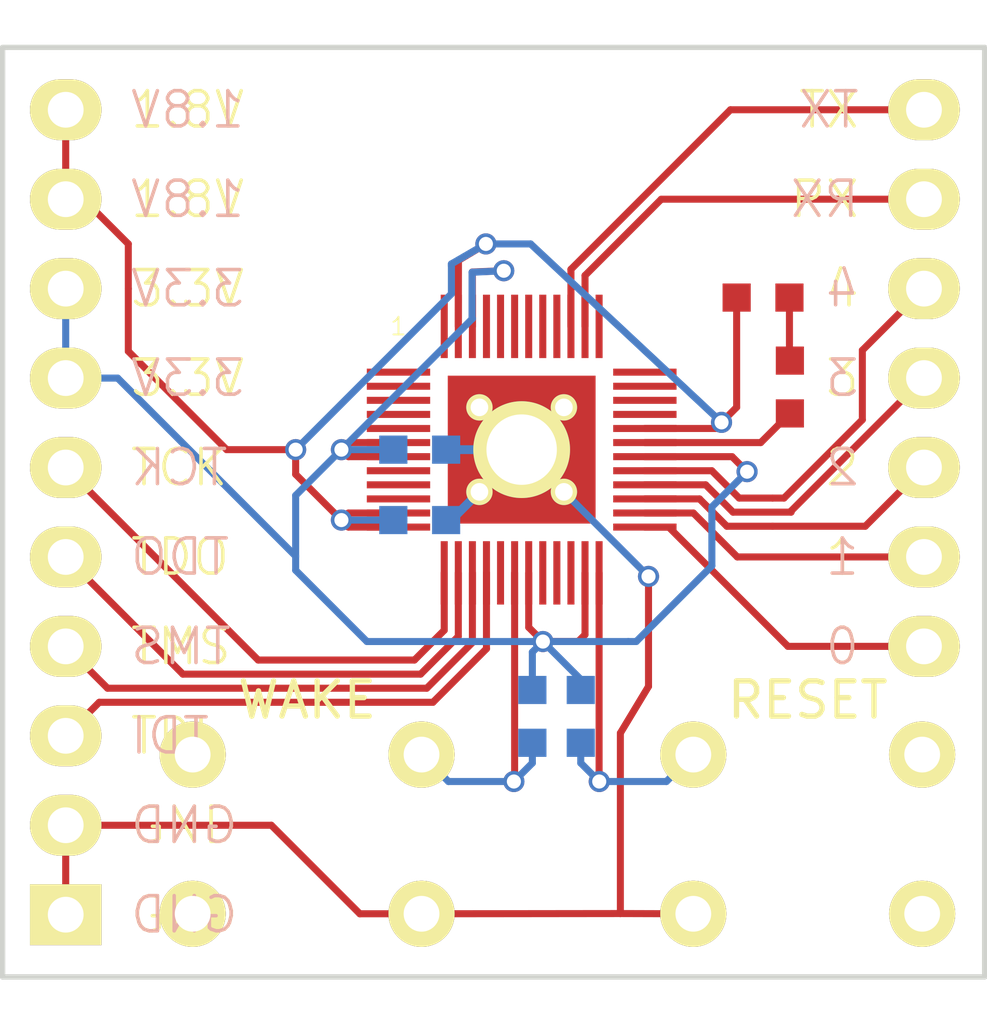
<source format=kicad_pcb>
(kicad_pcb (version 4) (host pcbnew 4.0.7-e2-6376~58~ubuntu16.04.1)

  (general
    (links 0)
    (no_connects 0)
    (area 133.524999 83.949 145.925002 100.650002)
    (thickness 1.6)
    (drawings 38)
    (tracks 148)
    (zones 0)
    (modules 11)
    (nets 1)
  )

  (page A4)
  (layers
    (0 F.Cu signal)
    (31 B.Cu signal)
    (32 B.Adhes user)
    (33 F.Adhes user)
    (34 B.Paste user)
    (35 F.Paste user)
    (36 B.SilkS user)
    (37 F.SilkS user)
    (38 B.Mask user)
    (39 F.Mask user)
    (40 Dwgs.User user)
    (41 Cmts.User user)
    (42 Eco1.User user)
    (43 Eco2.User user)
    (44 Edge.Cuts user)
    (45 Margin user)
    (46 B.CrtYd user)
    (47 F.CrtYd user)
    (48 B.Fab user)
    (49 F.Fab user)
  )

  (setup
    (last_trace_width 0.2)
    (user_trace_width 0.2)
    (trace_clearance 0.2)
    (zone_clearance 0.508)
    (zone_45_only no)
    (trace_min 0.2)
    (segment_width 0.2)
    (edge_width 0.15)
    (via_size 0.6)
    (via_drill 0.4)
    (via_min_size 0.4)
    (via_min_drill 0.3)
    (uvia_size 0.3)
    (uvia_drill 0.1)
    (uvias_allowed no)
    (uvia_min_size 0.2)
    (uvia_min_drill 0.1)
    (pcb_text_width 0.3)
    (pcb_text_size 1.5 1.5)
    (mod_edge_width 0.15)
    (mod_text_size 1 1)
    (mod_text_width 0.15)
    (pad_size 1.524 1.524)
    (pad_drill 0.762)
    (pad_to_mask_clearance 0.2)
    (aux_axis_origin 0 0)
    (visible_elements FFFFFF7F)
    (pcbplotparams
      (layerselection 0x00030_80000001)
      (usegerberextensions false)
      (excludeedgelayer true)
      (linewidth 0.150000)
      (plotframeref false)
      (viasonmask false)
      (mode 1)
      (useauxorigin false)
      (hpglpennumber 1)
      (hpglpenspeed 20)
      (hpglpendiameter 15)
      (hpglpenoverlay 2)
      (psnegative false)
      (psa4output false)
      (plotreference true)
      (plotvalue true)
      (plotinvisibletext false)
      (padsonsilk false)
      (subtractmaskfromsilk false)
      (outputformat 1)
      (mirror false)
      (drillshape 1)
      (scaleselection 1)
      (outputdirectory ""))
  )

  (net 0 "")

  (net_class Default "This is the default net class."
    (clearance 0.2)
    (trace_width 0.25)
    (via_dia 0.6)
    (via_drill 0.4)
    (uvia_dia 0.3)
    (uvia_drill 0.1)
  )

  (module 00my_modules:R_0603 (layer B.Cu) (tedit 5415CC62) (tstamp 5ADE90C8)
    (at 136.55 90.425)
    (descr R0603)
    (tags "resistor capacitor led 0603")
    (attr smd)
    (fp_text reference "" (at 0 0.6) (layer B.SilkS)
      (effects (font (size 0.1 0.1) (thickness 0.01)) (justify mirror))
    )
    (fp_text value "" (at 0 -0.6) (layer B.Fab)
      (effects (font (size 0.1 0.1) (thickness 0.01)) (justify mirror))
    )
    (fp_line (start -1.2 0.45) (end 1.2 0.45) (layer B.CrtYd) (width 0.01))
    (fp_line (start -1.2 -0.45) (end 1.2 -0.45) (layer B.CrtYd) (width 0.01))
    (fp_line (start -1.2 0.45) (end -1.2 -0.45) (layer B.CrtYd) (width 0.01))
    (fp_line (start 1.2 0.45) (end 1.2 -0.45) (layer B.CrtYd) (width 0.01))
    (pad 1 smd rect (at -0.75 0) (size 0.8 0.8) (layers B.Cu B.Paste B.Mask))
    (pad 2 smd rect (at 0.75 0) (size 0.8 0.8) (layers B.Cu B.Paste B.Mask))
  )

  (module 00my_modules:SIFIVE-FE310-G000 (layer F.Cu) (tedit 5ADEA436) (tstamp 5ADE9519)
    (at 139.446 90.424)
    (descr QFN6X6)
    (tags QFN6X6)
    (attr smd)
    (fp_text reference "" (at 0 -5.5) (layer F.SilkS)
      (effects (font (size 1 1) (thickness 0.15)))
    )
    (fp_text value 1 (at -3.5 -3.5) (layer F.SilkS)
      (effects (font (size 0.5 0.5) (thickness 0.05)))
    )
    (fp_line (start -3 -3) (end -3 3) (layer F.CrtYd) (width 0.05))
    (fp_line (start 3 -3) (end 3 3) (layer F.CrtYd) (width 0.05))
    (fp_line (start -3 -3) (end 3 -3) (layer F.CrtYd) (width 0.05))
    (fp_line (start -3 3) (end 3 3) (layer F.CrtYd) (width 0.05))
    (fp_line (start -2.6 -2.6) (end -2.6 2.6) (layer F.CrtYd) (width 0.05))
    (fp_line (start 2.6 -2.6) (end 2.6 2.6) (layer F.CrtYd) (width 0.05))
    (fp_line (start -2.6 -2.6) (end 2.6 -2.6) (layer F.CrtYd) (width 0.05))
    (fp_line (start -2.6 2.6) (end 2.6 2.6) (layer F.CrtYd) (width 0.05))
    (fp_line (start -2.1 -2.1) (end -2.1 2.1) (layer F.CrtYd) (width 0.05))
    (fp_line (start 2.1 -2.1) (end 2.1 2.1) (layer F.CrtYd) (width 0.05))
    (fp_line (start -2.1 -2.1) (end 2.1 -2.1) (layer F.CrtYd) (width 0.05))
    (fp_line (start -2.1 2.1) (end 2.1 2.1) (layer F.CrtYd) (width 0.05))
    (pad DQ3 smd rect (at -3.5 -2.2) (size 1.8 0.2) (layers F.Cu F.Paste F.Mask))
    (pad DQ2 smd rect (at -3.5 -1.8) (size 1.8 0.2) (layers F.Cu F.Paste F.Mask))
    (pad DQ1 smd rect (at -3.5 -1.4) (size 1.8 0.2) (layers F.Cu F.Paste F.Mask))
    (pad DQ0 smd rect (at -3.5 -1) (size 1.8 0.2) (layers F.Cu F.Paste F.Mask))
    (pad CS smd rect (at -3.5 -0.6) (size 1.8 0.2) (layers F.Cu F.Paste F.Mask))
    (pad 1.8V smd rect (at -3.5 -0.2) (size 1.8 0.2) (layers F.Cu F.Paste F.Mask))
    (pad 1.8V smd rect (at -3.5 0.2) (size 1.8 0.2) (layers F.Cu F.Paste F.Mask))
    (pad PLL smd rect (at -3.5 0.6) (size 1.8 0.2) (layers F.Cu F.Paste F.Mask))
    (pad XIN smd rect (at -3.5 1) (size 1.8 0.2) (layers F.Cu F.Paste F.Mask))
    (pad NC smd rect (at -3.5 1.4) (size 1.8 0.2) (layers F.Cu F.Paste F.Mask))
    (pad 3.3V smd rect (at -3.5 1.8) (size 1.8 0.2) (layers F.Cu F.Paste F.Mask))
    (pad 3.3V smd rect (at -3.5 2.2) (size 1.8 0.2) (layers F.Cu F.Paste F.Mask))
    (pad TCK smd rect (at -2.2 3.5 90) (size 1.8 0.2) (layers F.Cu F.Paste F.Mask))
    (pad TDO smd rect (at -1.8 3.5 90) (size 1.8 0.2) (layers F.Cu F.Paste F.Mask))
    (pad TMS smd rect (at -1.4 3.5 90) (size 1.8 0.2) (layers F.Cu F.Paste F.Mask))
    (pad TDI smd rect (at -1 3.5 90) (size 1.8 0.2) (layers F.Cu F.Paste F.Mask))
    (pad 17 smd rect (at -0.6 3.5 90) (size 1.8 0.2) (layers F.Cu F.Paste F.Mask))
    (pad WAKE smd rect (at -0.2 3.5 90) (size 1.8 0.2) (layers F.Cu F.Paste F.Mask))
    (pad 1.8V smd rect (at 0.2 3.5 90) (size 1.8 0.2) (layers F.Cu F.Paste F.Mask))
    (pad 20 smd rect (at 0.6 3.5 90) (size 1.8 0.2) (layers F.Cu F.Paste F.Mask))
    (pad 21 smd rect (at 1 3.5 90) (size 1.8 0.2) (layers F.Cu F.Paste F.Mask))
    (pad 22 smd rect (at 1.4 3.5 90) (size 1.8 0.2) (layers F.Cu F.Paste F.Mask))
    (pad 1.8V smd rect (at 1.8 3.5 90) (size 1.8 0.2) (layers F.Cu F.Paste F.Mask))
    (pad ERST smd rect (at 2.2 3.5 90) (size 1.8 0.2) (layers F.Cu F.Paste F.Mask))
    (pad G00 smd rect (at 3.5 2.2) (size 1.8 0.2) (layers F.Cu F.Paste F.Mask))
    (pad G01 smd rect (at 3.5 1.8) (size 1.8 0.2) (layers F.Cu F.Paste F.Mask))
    (pad G02 smd rect (at 3.5 1.4) (size 1.8 0.2) (layers F.Cu F.Paste F.Mask))
    (pad G03 smd rect (at 3.5 1) (size 1.8 0.2) (layers F.Cu F.Paste F.Mask))
    (pad G04 smd rect (at 3.5 0.6) (size 1.8 0.2) (layers F.Cu F.Paste F.Mask))
    (pad 1.8V smd rect (at 3.5 0.2) (size 1.8 0.2) (layers F.Cu F.Paste F.Mask))
    (pad G05 smd rect (at 3.5 -0.2) (size 1.8 0.2) (layers F.Cu F.Paste F.Mask))
    (pad 3.3V smd rect (at 3.5 -0.6) (size 1.8 0.2) (layers F.Cu F.Paste F.Mask))
    (pad G09 smd rect (at 3.5 -1) (size 1.8 0.2) (layers F.Cu F.Paste F.Mask))
    (pad G10 smd rect (at 3.5 -1.4) (size 1.8 0.2) (layers F.Cu F.Paste F.Mask))
    (pad G11 smd rect (at 3.5 -1.8) (size 1.8 0.2) (layers F.Cu F.Paste F.Mask))
    (pad G12 smd rect (at 3.5 -2.2) (size 1.8 0.2) (layers F.Cu F.Paste F.Mask))
    (pad G13 smd rect (at 2.2 -3.5 90) (size 1.8 0.2) (layers F.Cu F.Paste F.Mask))
    (pad RX smd rect (at 1.8 -3.5 90) (size 1.8 0.2) (layers F.Cu F.Paste F.Mask))
    (pad TX smd rect (at 1.4 -3.5 90) (size 1.8 0.2) (layers F.Cu F.Paste F.Mask))
    (pad G18 smd rect (at 1 -3.5 90) (size 1.8 0.2) (layers F.Cu F.Paste F.Mask))
    (pad G19 smd rect (at 0.6 -3.5 90) (size 1.8 0.2) (layers F.Cu F.Paste F.Mask))
    (pad G20 smd rect (at 0.2 -3.5 90) (size 1.8 0.2) (layers F.Cu F.Paste F.Mask))
    (pad G21 smd rect (at -0.2 -3.5 90) (size 1.8 0.2) (layers F.Cu F.Paste F.Mask))
    (pad G22 smd rect (at -0.6 -3.5 90) (size 1.8 0.2) (layers F.Cu F.Paste F.Mask))
    (pad G23 smd rect (at -1 -3.5 90) (size 1.8 0.2) (layers F.Cu F.Paste F.Mask))
    (pad 1.8V smd rect (at -1.4 -3.5 90) (size 1.8 0.2) (layers F.Cu F.Paste F.Mask))
    (pad 3.3V smd rect (at -1.8 -3.5 90) (size 1.8 0.2) (layers F.Cu F.Paste F.Mask))
    (pad SCK smd rect (at -2.2 -3.5 90) (size 1.8 0.2) (layers F.Cu F.Paste F.Mask))
    (pad GND smd rect (at 0 0) (size 4.2 4.2) (layers F.Cu F.Paste F.Mask))
    (pad "" thru_hole circle (at 0 0) (size 2.75 2.75) (drill 2) (layers *.Cu *.Mask F.SilkS))
    (pad "" thru_hole circle (at 1.2 1.2) (size 0.75 0.75) (drill 0.5) (layers *.Cu *.Mask F.SilkS))
    (pad "" thru_hole circle (at 1.2 -1.2) (size 0.75 0.75) (drill 0.5) (layers *.Cu *.Mask F.SilkS))
    (pad "" thru_hole circle (at -1.2 1.2) (size 0.75 0.75) (drill 0.5) (layers *.Cu *.Mask F.SilkS))
    (pad "" thru_hole circle (at -1.2 -1.2) (size 0.75 0.75) (drill 0.5) (layers *.Cu *.Mask F.SilkS))
  )

  (module 00my_modules:R_0603 (layer B.Cu) (tedit 5415CC62) (tstamp 5ADE9573)
    (at 136.55 92.425 180)
    (descr R0603)
    (tags "resistor capacitor led 0603")
    (attr smd)
    (fp_text reference "" (at 0 0.6 180) (layer B.SilkS)
      (effects (font (size 0.1 0.1) (thickness 0.01)) (justify mirror))
    )
    (fp_text value "" (at 0 -0.6 180) (layer B.Fab)
      (effects (font (size 0.1 0.1) (thickness 0.01)) (justify mirror))
    )
    (fp_line (start -1.2 0.45) (end 1.2 0.45) (layer B.CrtYd) (width 0.01))
    (fp_line (start -1.2 -0.45) (end 1.2 -0.45) (layer B.CrtYd) (width 0.01))
    (fp_line (start -1.2 0.45) (end -1.2 -0.45) (layer B.CrtYd) (width 0.01))
    (fp_line (start 1.2 0.45) (end 1.2 -0.45) (layer B.CrtYd) (width 0.01))
    (pad 1 smd rect (at -0.75 0 180) (size 0.8 0.8) (layers B.Cu B.Paste B.Mask))
    (pad 2 smd rect (at 0.75 0 180) (size 0.8 0.8) (layers B.Cu B.Paste B.Mask))
  )

  (module 00my_modules:R_0603 (layer B.Cu) (tedit 5415CC62) (tstamp 5ADE96D0)
    (at 141.125 98 90)
    (descr R0603)
    (tags "resistor capacitor led 0603")
    (attr smd)
    (fp_text reference "" (at 0 0.6 90) (layer B.SilkS)
      (effects (font (size 0.1 0.1) (thickness 0.01)) (justify mirror))
    )
    (fp_text value "" (at 0 -0.6 90) (layer B.Fab)
      (effects (font (size 0.1 0.1) (thickness 0.01)) (justify mirror))
    )
    (fp_line (start -1.2 0.45) (end 1.2 0.45) (layer B.CrtYd) (width 0.01))
    (fp_line (start -1.2 -0.45) (end 1.2 -0.45) (layer B.CrtYd) (width 0.01))
    (fp_line (start -1.2 0.45) (end -1.2 -0.45) (layer B.CrtYd) (width 0.01))
    (fp_line (start 1.2 0.45) (end 1.2 -0.45) (layer B.CrtYd) (width 0.01))
    (pad 1 smd rect (at -0.75 0 90) (size 0.8 0.8) (layers B.Cu B.Paste B.Mask))
    (pad 2 smd rect (at 0.75 0 90) (size 0.8 0.8) (layers B.Cu B.Paste B.Mask))
  )

  (module 00my_modules:R_0603 (layer B.Cu) (tedit 5415CC62) (tstamp 5ADE96E4)
    (at 139.75 98 90)
    (descr R0603)
    (tags "resistor capacitor led 0603")
    (attr smd)
    (fp_text reference "" (at 0 0.6 90) (layer B.SilkS)
      (effects (font (size 0.1 0.1) (thickness 0.01)) (justify mirror))
    )
    (fp_text value "" (at 0 -0.6 90) (layer B.Fab)
      (effects (font (size 0.1 0.1) (thickness 0.01)) (justify mirror))
    )
    (fp_line (start -1.2 0.45) (end 1.2 0.45) (layer B.CrtYd) (width 0.01))
    (fp_line (start -1.2 -0.45) (end 1.2 -0.45) (layer B.CrtYd) (width 0.01))
    (fp_line (start -1.2 0.45) (end -1.2 -0.45) (layer B.CrtYd) (width 0.01))
    (fp_line (start 1.2 0.45) (end 1.2 -0.45) (layer B.CrtYd) (width 0.01))
    (pad 1 smd rect (at -0.75 0 90) (size 0.8 0.8) (layers B.Cu B.Paste B.Mask))
    (pad 2 smd rect (at 0.75 0 90) (size 0.8 0.8) (layers B.Cu B.Paste B.Mask))
  )

  (module 00my_modules:BUTTON4 (layer F.Cu) (tedit 5ADE9C48) (tstamp 5ADE9DCF)
    (at 147.574 101.346)
    (descr button4)
    (tags "SPST button tactile switch")
    (fp_text reference RESET (at 0 -3.81) (layer F.SilkS)
      (effects (font (size 1 1) (thickness 0.15)))
    )
    (fp_text value "" (at 0 3.81) (layer F.Fab)
      (effects (font (size 1 1) (thickness 0.15)))
    )
    (fp_line (start -2.54 1.27) (end -2.54 0.508) (layer F.Fab) (width 0.2032))
    (fp_line (start -2.54 -0.508) (end -2.54 -1.27) (layer F.Fab) (width 0.2032))
    (fp_line (start -2.54 0.508) (end -2.159 -0.381) (layer F.Fab) (width 0.2032))
    (fp_line (start 2.54 1.27) (end 2.54 0.508) (layer F.Fab) (width 0.2032))
    (fp_line (start 2.54 -0.508) (end 2.54 -1.27) (layer F.Fab) (width 0.2032))
    (fp_line (start 2.54 0.508) (end 2.159 -0.381) (layer F.Fab) (width 0.2032))
    (fp_line (start -3.048 -3.048) (end -3.048 3.048) (layer F.Fab) (width 0.2032))
    (fp_line (start 3.048 -3.048) (end 3.048 3.048) (layer F.Fab) (width 0.2032))
    (fp_line (start -3.048 -3.048) (end 3.048 -3.048) (layer F.Fab) (width 0.2032))
    (fp_line (start -3.048 3.048) (end 3.048 3.048) (layer F.Fab) (width 0.2032))
    (pad 1 thru_hole circle (at -3.2512 2.2606) (size 1.8796 1.8796) (drill 1.016) (layers *.Cu *.Mask F.SilkS))
    (pad 2 thru_hole circle (at 3.2512 2.2606) (size 1.8796 1.8796) (drill 1.016) (layers *.Cu *.Mask F.SilkS))
    (pad 3 thru_hole circle (at -3.2512 -2.2606) (size 1.8796 1.8796) (drill 1.016) (layers *.Cu *.Mask F.SilkS))
    (pad 4 thru_hole circle (at 3.2512 -2.2606) (size 1.8796 1.8796) (drill 1.016) (layers *.Cu *.Mask F.SilkS))
  )

  (module 00my_modules:BUTTON4 (layer F.Cu) (tedit 5ADE9C35) (tstamp 5ADE9DF2)
    (at 133.35 101.346)
    (descr button4)
    (tags "SPST button tactile switch")
    (fp_text reference WAKE (at 0 -3.81) (layer F.SilkS)
      (effects (font (size 1 1) (thickness 0.15)))
    )
    (fp_text value "" (at 0 3.81) (layer F.Fab)
      (effects (font (size 1 1) (thickness 0.15)))
    )
    (fp_line (start -2.54 1.27) (end -2.54 0.508) (layer F.Fab) (width 0.2032))
    (fp_line (start -2.54 -0.508) (end -2.54 -1.27) (layer F.Fab) (width 0.2032))
    (fp_line (start -2.54 0.508) (end -2.159 -0.381) (layer F.Fab) (width 0.2032))
    (fp_line (start 2.54 1.27) (end 2.54 0.508) (layer F.Fab) (width 0.2032))
    (fp_line (start 2.54 -0.508) (end 2.54 -1.27) (layer F.Fab) (width 0.2032))
    (fp_line (start 2.54 0.508) (end 2.159 -0.381) (layer F.Fab) (width 0.2032))
    (fp_line (start -3.048 -3.048) (end -3.048 3.048) (layer F.Fab) (width 0.2032))
    (fp_line (start 3.048 -3.048) (end 3.048 3.048) (layer F.Fab) (width 0.2032))
    (fp_line (start -3.048 -3.048) (end 3.048 -3.048) (layer F.Fab) (width 0.2032))
    (fp_line (start -3.048 3.048) (end 3.048 3.048) (layer F.Fab) (width 0.2032))
    (pad 1 thru_hole circle (at -3.2512 2.2606) (size 1.8796 1.8796) (drill 1.016) (layers *.Cu *.Mask F.SilkS))
    (pad 2 thru_hole circle (at 3.2512 2.2606) (size 1.8796 1.8796) (drill 1.016) (layers *.Cu *.Mask F.SilkS))
    (pad 3 thru_hole circle (at -3.2512 -2.2606) (size 1.8796 1.8796) (drill 1.016) (layers *.Cu *.Mask F.SilkS))
    (pad 4 thru_hole circle (at 3.2512 -2.2606) (size 1.8796 1.8796) (drill 1.016) (layers *.Cu *.Mask F.SilkS))
  )

  (module 00my_modules:Pin_Header_Straight_1x10 (layer F.Cu) (tedit 0) (tstamp 5ADEA084)
    (at 126.492 103.632 180)
    (descr "Through hole pin header")
    (tags "pin header")
    (fp_text reference "" (at 0 -2.4 180) (layer F.SilkS)
      (effects (font (size 0.5 0.5) (thickness 0.01)))
    )
    (fp_text value "" (at 0 -3.1 180) (layer F.Fab)
      (effects (font (size 0.5 0.5) (thickness 0.01)))
    )
    (fp_line (start -1.75 -1.75) (end -1.75 24.64) (layer F.CrtYd) (width 0.05))
    (fp_line (start 1.75 -1.75) (end 1.75 24.64) (layer F.CrtYd) (width 0.05))
    (fp_line (start -1.75 -1.75) (end 1.75 -1.75) (layer F.CrtYd) (width 0.05))
    (fp_line (start -1.75 24.64) (end 1.75 24.64) (layer F.CrtYd) (width 0.05))
    (pad 1 thru_hole rect (at 0 0 180) (size 2.032 1.7272) (drill 1.016) (layers *.Cu *.Mask F.SilkS))
    (pad 2 thru_hole oval (at 0 2.54 180) (size 2.032 1.7272) (drill 1.016) (layers *.Cu *.Mask F.SilkS))
    (pad 3 thru_hole oval (at 0 5.08 180) (size 2.032 1.7272) (drill 1.016) (layers *.Cu *.Mask F.SilkS))
    (pad 4 thru_hole oval (at 0 7.62 180) (size 2.032 1.7272) (drill 1.016) (layers *.Cu *.Mask F.SilkS))
    (pad 5 thru_hole oval (at 0 10.16 180) (size 2.032 1.7272) (drill 1.016) (layers *.Cu *.Mask F.SilkS))
    (pad 6 thru_hole oval (at 0 12.7 180) (size 2.032 1.7272) (drill 1.016) (layers *.Cu *.Mask F.SilkS))
    (pad 7 thru_hole oval (at 0 15.24 180) (size 2.032 1.7272) (drill 1.016) (layers *.Cu *.Mask F.SilkS))
    (pad 8 thru_hole oval (at 0 17.78 180) (size 2.032 1.7272) (drill 1.016) (layers *.Cu *.Mask F.SilkS))
    (pad 9 thru_hole oval (at 0 20.32 180) (size 2.032 1.7272) (drill 1.016) (layers *.Cu *.Mask F.SilkS))
    (pad 10 thru_hole oval (at 0 22.86 180) (size 2.032 1.7272) (drill 1.016) (layers *.Cu *.Mask F.SilkS))
  )

  (module 00my_modules:Pin_Header_Straight_1x07 (layer F.Cu) (tedit 0) (tstamp 5ADEA29E)
    (at 150.876 80.772)
    (descr "Through hole pin header")
    (tags "pin header")
    (fp_text reference "" (at 0 -2.4) (layer F.SilkS)
      (effects (font (size 0.5 0.5) (thickness 0.01)))
    )
    (fp_text value "" (at 0 -3.1) (layer F.Fab)
      (effects (font (size 0.5 0.5) (thickness 0.01)))
    )
    (fp_line (start -1.75 -1.75) (end -1.75 17.02) (layer F.CrtYd) (width 0.05))
    (fp_line (start 1.75 -1.75) (end 1.75 17.02) (layer F.CrtYd) (width 0.05))
    (fp_line (start -1.75 -1.75) (end 1.75 -1.75) (layer F.CrtYd) (width 0.05))
    (fp_line (start -1.75 17.02) (end 1.75 17.02) (layer F.CrtYd) (width 0.05))
    (pad 1 thru_hole oval (at 0 0) (size 2.032 1.7272) (drill 1.016) (layers *.Cu *.Mask F.SilkS))
    (pad 2 thru_hole oval (at 0 2.54) (size 2.032 1.7272) (drill 1.016) (layers *.Cu *.Mask F.SilkS))
    (pad 3 thru_hole oval (at 0 5.08) (size 2.032 1.7272) (drill 1.016) (layers *.Cu *.Mask F.SilkS))
    (pad 4 thru_hole oval (at 0 7.62) (size 2.032 1.7272) (drill 1.016) (layers *.Cu *.Mask F.SilkS))
    (pad 5 thru_hole oval (at 0 10.16) (size 2.032 1.7272) (drill 1.016) (layers *.Cu *.Mask F.SilkS))
    (pad 6 thru_hole oval (at 0 12.7) (size 2.032 1.7272) (drill 1.016) (layers *.Cu *.Mask F.SilkS))
    (pad 7 thru_hole oval (at 0 15.24) (size 2.032 1.7272) (drill 1.016) (layers *.Cu *.Mask F.SilkS))
  )

  (module 00my_modules:R_0603 (layer F.Cu) (tedit 5415CC62) (tstamp 5ADEA4EB)
    (at 147.066 88.646 90)
    (descr R0603)
    (tags "resistor capacitor led 0603")
    (attr smd)
    (fp_text reference "" (at 0 -0.6 90) (layer F.SilkS)
      (effects (font (size 0.1 0.1) (thickness 0.01)))
    )
    (fp_text value "" (at 0 0.6 90) (layer F.Fab)
      (effects (font (size 0.1 0.1) (thickness 0.01)))
    )
    (fp_line (start -1.2 -0.45) (end 1.2 -0.45) (layer F.CrtYd) (width 0.01))
    (fp_line (start -1.2 0.45) (end 1.2 0.45) (layer F.CrtYd) (width 0.01))
    (fp_line (start -1.2 -0.45) (end -1.2 0.45) (layer F.CrtYd) (width 0.01))
    (fp_line (start 1.2 -0.45) (end 1.2 0.45) (layer F.CrtYd) (width 0.01))
    (pad 1 smd rect (at -0.75 0 90) (size 0.8 0.8) (layers F.Cu F.Paste F.Mask))
    (pad 2 smd rect (at 0.75 0 90) (size 0.8 0.8) (layers F.Cu F.Paste F.Mask))
  )

  (module 00my_modules:L_0603 (layer F.Cu) (tedit 5415CC62) (tstamp 5ADEA6E1)
    (at 146.304 86.106 180)
    (descr R0603)
    (tags "resistor capacitor led 0603")
    (attr smd)
    (fp_text reference "" (at 0 -0.6 180) (layer F.SilkS)
      (effects (font (size 0.1 0.1) (thickness 0.01)))
    )
    (fp_text value "" (at 0 0.6 180) (layer F.Fab)
      (effects (font (size 0.1 0.1) (thickness 0.01)))
    )
    (fp_line (start -1.2 -0.45) (end 1.2 -0.45) (layer F.CrtYd) (width 0.01))
    (fp_line (start -1.2 0.45) (end 1.2 0.45) (layer F.CrtYd) (width 0.01))
    (fp_line (start -1.2 -0.45) (end -1.2 0.45) (layer F.CrtYd) (width 0.01))
    (fp_line (start 1.2 -0.45) (end 1.2 0.45) (layer F.CrtYd) (width 0.01))
    (fp_line (start -0.1 0) (end 0.1 0.2) (layer F.CrtYd) (width 0.01))
    (fp_line (start -0.1 0) (end 0.1 -0.2) (layer F.CrtYd) (width 0.01))
    (fp_line (start -0.1 0.2) (end -0.1 -0.2) (layer F.CrtYd) (width 0.01))
    (fp_line (start 0.1 0.2) (end 0.1 -0.2) (layer F.CrtYd) (width 0.01))
    (pad 1 smd rect (at -0.75 0 180) (size 0.8 0.8) (layers F.Cu F.Paste F.Mask))
    (pad 2 smd rect (at 0.75 0 180) (size 0.8 0.8) (layers F.Cu F.Paste F.Mask))
  )

  (gr_line (start 124.7 79) (end 124.7 105.4) (angle 90) (layer Edge.Cuts) (width 0.15))
  (gr_line (start 152.6 79) (end 124.7 79) (angle 90) (layer Edge.Cuts) (width 0.15))
  (gr_line (start 152.6 105.4) (end 152.6 79) (angle 90) (layer Edge.Cuts) (width 0.15))
  (gr_line (start 124.7 105.4) (end 152.6 105.4) (angle 90) (layer Edge.Cuts) (width 0.15))
  (gr_text GND (at 128.27 103.632) (layer B.SilkS)
    (effects (font (size 1 1) (thickness 0.1)) (justify right mirror))
  )
  (gr_text GND (at 128.27 101.092) (layer B.SilkS)
    (effects (font (size 1 1) (thickness 0.1)) (justify right mirror))
  )
  (gr_text TDI (at 128.27 98.552) (layer B.SilkS)
    (effects (font (size 1 1) (thickness 0.1)) (justify right mirror))
  )
  (gr_text "TMS\n" (at 128.27 96.012) (layer B.SilkS)
    (effects (font (size 1 1) (thickness 0.1)) (justify right mirror))
  )
  (gr_text TDO (at 128.27 93.472) (layer B.SilkS)
    (effects (font (size 1 1) (thickness 0.1)) (justify right mirror))
  )
  (gr_text TCK (at 128.27 90.932) (layer B.SilkS)
    (effects (font (size 1 1) (thickness 0.1)) (justify right mirror))
  )
  (gr_text 3.3V (at 128.27 88.392) (layer B.SilkS)
    (effects (font (size 1 1) (thickness 0.1)) (justify right mirror))
  )
  (gr_text 3.3V (at 128.27 85.852) (layer B.SilkS)
    (effects (font (size 1 1) (thickness 0.1)) (justify right mirror))
  )
  (gr_text "1.8V\n" (at 128.27 80.772) (layer B.SilkS)
    (effects (font (size 1 1) (thickness 0.1)) (justify right mirror))
  )
  (gr_text "1.8V\n" (at 128.27 83.312) (layer B.SilkS)
    (effects (font (size 1 1) (thickness 0.1)) (justify right mirror))
  )
  (gr_text 0 (at 149.098 96.012) (layer B.SilkS)
    (effects (font (size 1 1) (thickness 0.1)) (justify left mirror))
  )
  (gr_text 1 (at 149.098 93.472) (layer B.SilkS)
    (effects (font (size 1 1) (thickness 0.1)) (justify left mirror))
  )
  (gr_text 2 (at 149.098 90.932) (layer F.SilkS)
    (effects (font (size 1 1) (thickness 0.1)) (justify right))
  )
  (gr_text 3 (at 149.098 88.392) (layer B.SilkS)
    (effects (font (size 1 1) (thickness 0.1)) (justify left mirror))
  )
  (gr_text 4 (at 149.098 85.852) (layer B.SilkS)
    (effects (font (size 1 1) (thickness 0.1)) (justify left mirror))
  )
  (gr_text RX (at 149.098 83.312) (layer B.SilkS)
    (effects (font (size 1 1) (thickness 0.1)) (justify left mirror))
  )
  (gr_text TX (at 149.098 80.772) (layer B.SilkS)
    (effects (font (size 1 1) (thickness 0.1)) (justify left mirror))
  )
  (gr_text "1.8V\n" (at 128.27 80.772) (layer F.SilkS)
    (effects (font (size 1 1) (thickness 0.1)) (justify left))
  )
  (gr_text "1.8V\n" (at 128.27 83.312) (layer F.SilkS)
    (effects (font (size 1 1) (thickness 0.1)) (justify left))
  )
  (gr_text 3.3V (at 128.27 85.852) (layer F.SilkS)
    (effects (font (size 1 1) (thickness 0.1)) (justify left))
  )
  (gr_text 3.3V (at 128.27 88.392) (layer F.SilkS)
    (effects (font (size 1 1) (thickness 0.1)) (justify left))
  )
  (gr_text TCK (at 128.27 90.932) (layer F.SilkS)
    (effects (font (size 1 1) (thickness 0.1)) (justify left))
  )
  (gr_text TDO (at 128.27 93.472) (layer F.SilkS)
    (effects (font (size 1 1) (thickness 0.1)) (justify left))
  )
  (gr_text "TMS\n" (at 128.27 96.012) (layer F.SilkS)
    (effects (font (size 1 1) (thickness 0.1)) (justify left))
  )
  (gr_text TDI (at 128.27 98.552) (layer F.SilkS)
    (effects (font (size 1 1) (thickness 0.1)) (justify left))
  )
  (gr_text GND (at 128.27 103.632) (layer F.SilkS)
    (effects (font (size 1 1) (thickness 0.1)) (justify left))
  )
  (gr_text GND (at 128.27 101.092) (layer F.SilkS)
    (effects (font (size 1 1) (thickness 0.1)) (justify left))
  )
  (gr_text 0 (at 149.098 96.012) (layer F.SilkS)
    (effects (font (size 1 1) (thickness 0.1)) (justify right))
  )
  (gr_text 1 (at 149.098 93.472) (layer F.SilkS)
    (effects (font (size 1 1) (thickness 0.1)) (justify right))
  )
  (gr_text 2 (at 149.098 90.932) (layer B.SilkS)
    (effects (font (size 1 1) (thickness 0.1)) (justify left mirror))
  )
  (gr_text 3 (at 149.098 88.392) (layer F.SilkS)
    (effects (font (size 1 1) (thickness 0.1)) (justify right))
  )
  (gr_text 4 (at 149.098 85.852) (layer F.SilkS)
    (effects (font (size 1 1) (thickness 0.1)) (justify right))
  )
  (gr_text RX (at 149.098 83.312) (layer F.SilkS)
    (effects (font (size 1 1) (thickness 0.1)) (justify right))
  )
  (gr_text TX (at 149.098 80.772) (layer F.SilkS)
    (effects (font (size 1 1) (thickness 0.1)) (justify right))
  )

  (segment (start 142.946 90.224) (end 146.238 90.224) (width 0.2) (layer F.Cu) (net 0) (status 400000))
  (segment (start 146.238 90.224) (end 147.066 89.396) (width 0.2) (layer F.Cu) (net 0) (tstamp 5ADEA710) (status 800000))
  (segment (start 147.054 86.106) (end 147.054 87.884) (width 0.2) (layer F.Cu) (net 0) (status C00000))
  (segment (start 147.054 87.884) (end 147.066 87.896) (width 0.2) (layer F.Cu) (net 0) (tstamp 5ADEA70E) (status C00000))
  (segment (start 145.554 86.106) (end 145.554 89.221) (width 0.2) (layer F.Cu) (net 0) (status 400000))
  (segment (start 145.554 89.221) (end 145.125 89.65) (width 0.2) (layer F.Cu) (net 0) (tstamp 5ADEA70C))
  (segment (start 146.575 91.8) (end 146.9 91.8) (width 0.2) (layer F.Cu) (net 0))
  (segment (start 144.849 91.024) (end 145.625 91.8) (width 0.2) (layer F.Cu) (net 0) (tstamp 5ADEA2DB))
  (segment (start 145.625 91.8) (end 146.575 91.8) (width 0.2) (layer F.Cu) (net 0) (tstamp 5ADEA2DC))
  (segment (start 142.946 91.024) (end 144.849 91.024) (width 0.2) (layer F.Cu) (net 0))
  (segment (start 149.125 87.603) (end 150.876 85.852) (width 0.2) (layer F.Cu) (net 0) (tstamp 5ADEA2EE))
  (segment (start 149.125 89.575) (end 149.125 87.603) (width 0.2) (layer F.Cu) (net 0) (tstamp 5ADEA2EC))
  (segment (start 146.9 91.8) (end 149.125 89.575) (width 0.2) (layer F.Cu) (net 0) (tstamp 5ADEA2EB))
  (segment (start 147.1 92.2) (end 147.1 92.168) (width 0.2) (layer F.Cu) (net 0))
  (segment (start 144.674 91.424) (end 145.45 92.2) (width 0.2) (layer F.Cu) (net 0) (tstamp 5ADEA2D1))
  (segment (start 145.45 92.2) (end 147.1 92.2) (width 0.2) (layer F.Cu) (net 0) (tstamp 5ADEA2D2))
  (segment (start 142.946 91.424) (end 144.674 91.424) (width 0.2) (layer F.Cu) (net 0))
  (segment (start 147.1 92.168) (end 150.876 88.392) (width 0.2) (layer F.Cu) (net 0) (tstamp 5ADEA2E9))
  (segment (start 146.575 92.6) (end 149.208 92.6) (width 0.2) (layer F.Cu) (net 0))
  (segment (start 144.499 91.824) (end 145.275 92.6) (width 0.2) (layer F.Cu) (net 0) (tstamp 5ADEA2CD))
  (segment (start 145.275 92.6) (end 146.575 92.6) (width 0.2) (layer F.Cu) (net 0) (tstamp 5ADEA2CF))
  (segment (start 142.946 91.824) (end 144.499 91.824) (width 0.2) (layer F.Cu) (net 0))
  (segment (start 149.208 92.6) (end 150.876 90.932) (width 0.2) (layer F.Cu) (net 0) (tstamp 5ADEA2E6))
  (segment (start 142.946 90.624) (end 145.424 90.624) (width 0.2) (layer F.Cu) (net 0))
  (segment (start 142.475 95.875) (end 140.05 95.875) (width 0.2) (layer B.Cu) (net 0) (tstamp 5ADE978D))
  (segment (start 142.7 95.875) (end 142.475 95.875) (width 0.2) (layer B.Cu) (net 0) (tstamp 5ADE978B))
  (segment (start 144.85 93.725) (end 142.7 95.875) (width 0.2) (layer B.Cu) (net 0) (tstamp 5ADEA2E3))
  (segment (start 144.85 92.05) (end 144.85 93.725) (width 0.2) (layer B.Cu) (net 0) (tstamp 5ADEA2E1))
  (segment (start 145.85 91.05) (end 144.85 92.05) (width 0.2) (layer B.Cu) (net 0) (tstamp 5ADEA2E0))
  (via (at 145.85 91.05) (size 0.6) (drill 0.4) (layers F.Cu B.Cu) (net 0))
  (segment (start 145.424 90.624) (end 145.85 91.05) (width 0.2) (layer F.Cu) (net 0) (tstamp 5ADEA2DE))
  (segment (start 142.946 92.224) (end 144.324 92.224) (width 0.2) (layer F.Cu) (net 0))
  (segment (start 145.572 93.472) (end 150.876 93.472) (width 0.2) (layer F.Cu) (net 0) (tstamp 5ADEA2CA))
  (segment (start 144.324 92.224) (end 145.572 93.472) (width 0.2) (layer F.Cu) (net 0) (tstamp 5ADEA2C8))
  (segment (start 142.946 92.624) (end 143.624 92.624) (width 0.2) (layer F.Cu) (net 0))
  (segment (start 143.624 92.624) (end 147.012 96.012) (width 0.2) (layer F.Cu) (net 0) (tstamp 5ADEA2C4))
  (segment (start 147.012 96.012) (end 150.876 96.012) (width 0.2) (layer F.Cu) (net 0) (tstamp 5ADEA2C5))
  (segment (start 140.846 86.924) (end 140.846 85.304) (width 0.2) (layer F.Cu) (net 0))
  (segment (start 145.378 80.772) (end 150.876 80.772) (width 0.2) (layer F.Cu) (net 0) (tstamp 5ADEA2C1))
  (segment (start 140.846 85.304) (end 145.378 80.772) (width 0.2) (layer F.Cu) (net 0) (tstamp 5ADEA2BF))
  (segment (start 141.246 86.924) (end 141.246 85.479) (width 0.2) (layer F.Cu) (net 0))
  (segment (start 143.413 83.312) (end 150.876 83.312) (width 0.2) (layer F.Cu) (net 0) (tstamp 5ADEA2BC))
  (segment (start 141.246 85.479) (end 143.413 83.312) (width 0.2) (layer F.Cu) (net 0) (tstamp 5ADEA2BA))
  (segment (start 133.025 90.425) (end 131.065 90.425) (width 0.2) (layer F.Cu) (net 0))
  (segment (start 128.27 84.582) (end 128.27 85.852) (width 0.2) (layer F.Cu) (net 0) (tstamp 5ADEA2B2))
  (segment (start 128.27 84.582) (end 127 83.312) (width 0.2) (layer F.Cu) (net 0) (tstamp 5ADEA2B1))
  (segment (start 128.27 87.63) (end 128.27 85.852) (width 0.2) (layer F.Cu) (net 0) (tstamp 5ADEA2B7))
  (segment (start 131.065 90.425) (end 128.27 87.63) (width 0.2) (layer F.Cu) (net 0) (tstamp 5ADEA2B5))
  (segment (start 126.492 83.312) (end 127 83.312) (width 0.2) (layer F.Cu) (net 0))
  (segment (start 126.492 80.772) (end 126.492 83.312) (width 0.2) (layer F.Cu) (net 0))
  (segment (start 126.492 88.392) (end 127.967 88.392) (width 0.2) (layer B.Cu) (net 0))
  (segment (start 127.967 88.392) (end 133.025 93.45) (width 0.2) (layer B.Cu) (net 0) (tstamp 5ADEA0BC))
  (segment (start 126.492 88.392) (end 126.492 85.852) (width 0.2) (layer B.Cu) (net 0))
  (segment (start 137.246 93.924) (end 137.246 95.554) (width 0.2) (layer F.Cu) (net 0))
  (segment (start 131.96 96.4) (end 126.492 90.932) (width 0.2) (layer F.Cu) (net 0) (tstamp 5ADEA0B6))
  (segment (start 136.4 96.4) (end 131.96 96.4) (width 0.2) (layer F.Cu) (net 0) (tstamp 5ADEA0B4))
  (segment (start 137.246 95.554) (end 136.4 96.4) (width 0.2) (layer F.Cu) (net 0) (tstamp 5ADEA0B2))
  (segment (start 137.646 93.924) (end 137.646 95.729) (width 0.2) (layer F.Cu) (net 0))
  (segment (start 129.82 96.8) (end 126.492 93.472) (width 0.2) (layer F.Cu) (net 0) (tstamp 5ADEA0AF))
  (segment (start 136.575 96.8) (end 129.82 96.8) (width 0.2) (layer F.Cu) (net 0) (tstamp 5ADEA0AD))
  (segment (start 137.646 95.729) (end 136.575 96.8) (width 0.2) (layer F.Cu) (net 0) (tstamp 5ADEA0AC))
  (segment (start 138.046 93.924) (end 138.046 95.904) (width 0.2) (layer F.Cu) (net 0))
  (segment (start 127.68 97.2) (end 126.492 96.012) (width 0.2) (layer F.Cu) (net 0) (tstamp 5ADEA0A9))
  (segment (start 136.75 97.2) (end 127.68 97.2) (width 0.2) (layer F.Cu) (net 0) (tstamp 5ADEA0A7))
  (segment (start 138.046 95.904) (end 136.75 97.2) (width 0.2) (layer F.Cu) (net 0) (tstamp 5ADEA0A5))
  (segment (start 138.446 93.924) (end 138.446 96.079) (width 0.2) (layer F.Cu) (net 0))
  (segment (start 127.444 97.6) (end 126.492 98.552) (width 0.2) (layer F.Cu) (net 0) (tstamp 5ADEA0A2))
  (segment (start 136.925 97.6) (end 127.444 97.6) (width 0.2) (layer F.Cu) (net 0) (tstamp 5ADEA0A0))
  (segment (start 138.446 96.079) (end 136.925 97.6) (width 0.2) (layer F.Cu) (net 0) (tstamp 5ADEA09E))
  (segment (start 136.6012 103.6066) (end 134.8486 103.6066) (width 0.2) (layer F.Cu) (net 0))
  (segment (start 132.334 101.092) (end 126.492 101.092) (width 0.2) (layer F.Cu) (net 0) (tstamp 5ADEA098))
  (segment (start 134.8486 103.6066) (end 132.334 101.092) (width 0.2) (layer F.Cu) (net 0) (tstamp 5ADEA096))
  (segment (start 126.492 101.092) (end 126.492 103.632) (width 0.2) (layer F.Cu) (net 0) (tstamp 5ADEA09A))
  (segment (start 143.05 94.025) (end 143.05 97.15) (width 0.2) (layer F.Cu) (net 0))
  (via (at 143.05 94.025) (size 0.6) (drill 0.4) (layers F.Cu B.Cu) (net 0))
  (segment (start 139.449 90.424) (end 143.05 94.025) (width 0.2) (layer B.Cu) (net 0) (tstamp 5ADE977A))
  (segment (start 142.25 98.475) (end 142.25 103.6) (width 0.2) (layer F.Cu) (net 0) (tstamp 5ADE9E8B))
  (segment (start 143.05 97.15) (end 142.25 98.475) (width 0.2) (layer F.Cu) (net 0) (tstamp 5ADE9E8A))
  (segment (start 136.6012 103.6066) (end 142.25 103.6) (width 0.2) (layer F.Cu) (net 0))
  (segment (start 142.25 103.6) (end 144.3228 103.6066) (width 0.2) (layer F.Cu) (net 0) (tstamp 5ADE9E8D))
  (segment (start 139.225 99.85) (end 137.3658 99.85) (width 0.2) (layer B.Cu) (net 0))
  (segment (start 137.3658 99.85) (end 136.6012 99.0854) (width 0.2) (layer B.Cu) (net 0) (tstamp 5ADE9E74))
  (segment (start 141.65 99.85) (end 143.5582 99.85) (width 0.2) (layer B.Cu) (net 0))
  (segment (start 143.5582 99.85) (end 144.3228 99.0854) (width 0.2) (layer B.Cu) (net 0) (tstamp 5ADE9E72))
  (segment (start 142.946 89.824) (end 144.951 89.824) (width 0.2) (layer F.Cu) (net 0))
  (segment (start 139.7 84.582) (end 138.43 84.582) (width 0.2) (layer B.Cu) (net 0) (tstamp 5ADE9A9B))
  (segment (start 145.125 89.65) (end 139.7 84.582) (width 0.2) (layer B.Cu) (net 0) (tstamp 5ADE9A9A))
  (via (at 145.125 89.65) (size 0.6) (drill 0.4) (layers F.Cu B.Cu) (net 0))
  (segment (start 144.951 89.824) (end 145.125 89.65) (width 0.2) (layer F.Cu) (net 0) (tstamp 5ADE9A86))
  (segment (start 137.45 85.2) (end 137.45 85.15) (width 0.2) (layer B.Cu) (net 0))
  (segment (start 137.45 85.15) (end 138.43 84.582) (width 0.2) (layer B.Cu) (net 0) (tstamp 5ADE9A5A))
  (segment (start 137.45 86) (end 137.45 85.2) (width 0.2) (layer B.Cu) (net 0) (tstamp 5ADE999C))
  (segment (start 133.025 90.425) (end 137.45 86) (width 0.2) (layer B.Cu) (net 0) (tstamp 5ADE999B))
  (via (at 133.025 90.425) (size 0.6) (drill 0.4) (layers F.Cu B.Cu) (net 0))
  (segment (start 133.025 91.125) (end 133.025 90.425) (width 0.2) (layer F.Cu) (net 0) (tstamp 5ADE9979))
  (segment (start 134.325 92.425) (end 133.025 91.125) (width 0.2) (layer F.Cu) (net 0))
  (segment (start 137.65 85.05) (end 137.646 86.924) (width 0.2) (layer F.Cu) (net 0) (tstamp 5ADE9A6B) (status 800000))
  (segment (start 138.43 84.582) (end 137.65 85.05) (width 0.2) (layer F.Cu) (net 0) (tstamp 5ADE9A6A))
  (via (at 138.43 84.582) (size 0.6) (drill 0.4) (layers F.Cu B.Cu) (net 0))
  (segment (start 138.046 86.924) (end 138.046 85.379) (width 0.2) (layer F.Cu) (net 0))
  (segment (start 138.0375 85.3875) (end 138.0375 86.7125) (width 0.2) (layer B.Cu) (net 0) (tstamp 5ADE9A4D))
  (segment (start 138.938 85.344) (end 138.0375 85.3875) (width 0.2) (layer B.Cu) (net 0) (tstamp 5ADE9A4C))
  (via (at 138.938 85.344) (size 0.6) (drill 0.4) (layers F.Cu B.Cu) (net 0))
  (segment (start 138.046 85.379) (end 138.938 85.344) (width 0.2) (layer F.Cu) (net 0) (tstamp 5ADE9A27))
  (segment (start 134.325 90.425) (end 138.0375 86.7125) (width 0.2) (layer B.Cu) (net 0))
  (segment (start 138.0375 86.7125) (end 138.05 86.7) (width 0.2) (layer B.Cu) (net 0) (tstamp 5ADE9A52))
  (segment (start 140.05 95.875) (end 135.05 95.875) (width 0.2) (layer B.Cu) (net 0))
  (segment (start 135.05 95.875) (end 133.025 93.85) (width 0.2) (layer B.Cu) (net 0) (tstamp 5ADE98F4))
  (segment (start 133.025 93.85) (end 133.025 93.45) (width 0.2) (layer B.Cu) (net 0) (tstamp 5ADE9904))
  (segment (start 133.025 91.725) (end 134.325 90.425) (width 0.2) (layer B.Cu) (net 0) (tstamp 5ADE9910))
  (segment (start 133.025 93.45) (end 133.025 91.725) (width 0.2) (layer B.Cu) (net 0) (tstamp 5ADEA0BF))
  (segment (start 139.446 90.424) (end 139.449 90.424) (width 0.2) (layer B.Cu) (net 0))
  (segment (start 141.646 93.924) (end 141.646 99.846) (width 0.2) (layer F.Cu) (net 0))
  (segment (start 141.125 99.325) (end 141.125 98.75) (width 0.2) (layer B.Cu) (net 0) (tstamp 5ADE972E))
  (segment (start 141.65 99.85) (end 141.125 99.325) (width 0.2) (layer B.Cu) (net 0) (tstamp 5ADE972D))
  (via (at 141.65 99.85) (size 0.6) (drill 0.4) (layers F.Cu B.Cu) (net 0))
  (segment (start 141.646 99.846) (end 141.65 99.85) (width 0.2) (layer F.Cu) (net 0) (tstamp 5ADE972B))
  (segment (start 139.246 93.924) (end 139.246 99.829) (width 0.2) (layer F.Cu) (net 0))
  (segment (start 139.75 99.325) (end 139.75 98.75) (width 0.2) (layer B.Cu) (net 0) (tstamp 5ADE9729))
  (segment (start 139.225 99.85) (end 139.75 99.325) (width 0.2) (layer B.Cu) (net 0) (tstamp 5ADE9728))
  (via (at 139.225 99.85) (size 0.6) (drill 0.4) (layers F.Cu B.Cu) (net 0))
  (segment (start 139.246 99.829) (end 139.225 99.85) (width 0.2) (layer F.Cu) (net 0) (tstamp 5ADE9726))
  (segment (start 141.125 97.25) (end 141.125 96.95) (width 0.2) (layer B.Cu) (net 0))
  (segment (start 141.125 96.95) (end 140.05 95.875) (width 0.2) (layer B.Cu) (net 0) (tstamp 5ADE9724))
  (segment (start 139.75 97.25) (end 139.75 96.175) (width 0.2) (layer B.Cu) (net 0))
  (via (at 140.05 95.875) (size 0.6) (drill 0.4) (layers F.Cu B.Cu) (net 0))
  (segment (start 139.75 96.175) (end 140.05 95.875) (width 0.2) (layer B.Cu) (net 0) (tstamp 5ADE9722))
  (segment (start 141.246 93.924) (end 141.246 95.679) (width 0.2) (layer F.Cu) (net 0))
  (segment (start 139.646 95.471) (end 140.05 95.875) (width 0.2) (layer F.Cu) (net 0) (tstamp 5ADE96BE))
  (segment (start 139.646 95.471) (end 139.646 93.924) (width 0.2) (layer F.Cu) (net 0))
  (segment (start 141.05 95.875) (end 140.05 95.875) (width 0.2) (layer F.Cu) (net 0) (tstamp 5ADE96C4))
  (segment (start 141.246 95.679) (end 141.05 95.875) (width 0.2) (layer F.Cu) (net 0) (tstamp 5ADE96C3))
  (segment (start 135.946 92.624) (end 134.524 92.624) (width 0.2) (layer F.Cu) (net 0))
  (segment (start 134.524 92.624) (end 134.325 92.425) (width 0.2) (layer F.Cu) (net 0) (tstamp 5ADE95C4))
  (segment (start 135.946 92.224) (end 134.526 92.224) (width 0.2) (layer F.Cu) (net 0))
  (segment (start 134.325 92.425) (end 135.8 92.425) (width 0.2) (layer B.Cu) (net 0) (tstamp 5ADE95C1))
  (via (at 134.325 92.425) (size 0.6) (drill 0.4) (layers F.Cu B.Cu) (net 0))
  (segment (start 134.526 92.224) (end 134.325 92.425) (width 0.2) (layer F.Cu) (net 0) (tstamp 5ADE95BF))
  (segment (start 135.946 90.624) (end 134.524 90.624) (width 0.2) (layer F.Cu) (net 0))
  (segment (start 134.524 90.624) (end 134.325 90.425) (width 0.2) (layer F.Cu) (net 0) (tstamp 5ADE95BD))
  (segment (start 135.946 90.224) (end 134.526 90.224) (width 0.2) (layer F.Cu) (net 0))
  (segment (start 134.526 90.224) (end 134.325 90.425) (width 0.2) (layer F.Cu) (net 0) (tstamp 5ADE95B8))
  (segment (start 134.325 90.425) (end 135.8 90.425) (width 0.2) (layer B.Cu) (net 0) (tstamp 5ADE95BA))
  (via (at 134.325 90.425) (size 0.6) (drill 0.4) (layers F.Cu B.Cu) (net 0))
  (segment (start 137.3 92.425) (end 137.445 92.425) (width 0.25) (layer B.Cu) (net 0))
  (segment (start 137.445 92.425) (end 139.446 90.424) (width 0.25) (layer B.Cu) (net 0) (tstamp 5ADE95B4))
  (segment (start 137.3 90.425) (end 139.445 90.425) (width 0.25) (layer B.Cu) (net 0))
  (segment (start 139.445 90.425) (end 139.446 90.424) (width 0.25) (layer B.Cu) (net 0) (tstamp 5ADE95B1))

)

</source>
